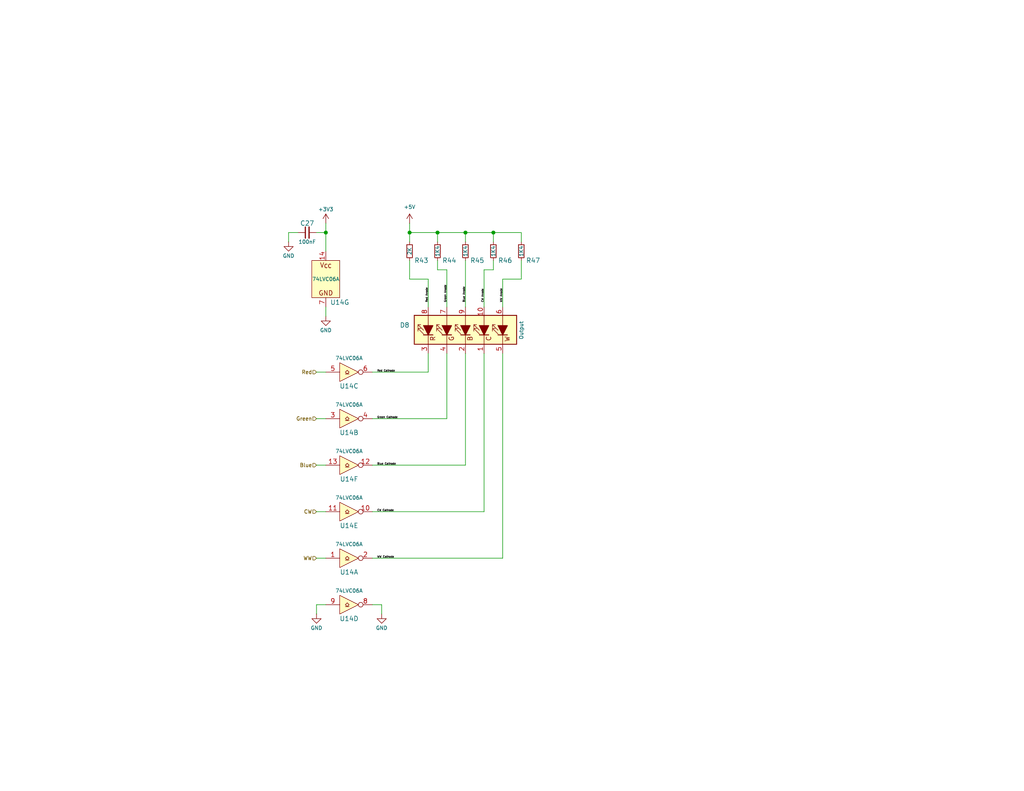
<source format=kicad_sch>
(kicad_sch (version 20231120) (generator "eeschema") (generator_version "8.0")
  (paper "USLetter")
  (title_block (title "Output Indicator") (date "2025-02-06") (rev "1.0.1") (company "Erratic.Tech"))
  (lib_symbols
    (symbol "KiLight Mono:+3V3" (power) (pin_numbers hide) (pin_names (offset 0) hide)
      (property "Value" "+3V3" (at 0 3.556 0))
      (symbol "+3V3_0_1"
        (polyline (pts (xy -0.762 1.27) (xy 0 2.54)))
        (polyline (pts (xy 0 0) (xy 0 2.54)))
        (polyline (pts (xy 0 2.54) (xy 0.762 1.27)))
      )
      (symbol "+3V3_1_1"
        (pin power_in line (at 0 0 90) (length 0) (name "~") (number "1"))
      )
    )
    (symbol "KiLight Mono:+5V" (power) (pin_numbers hide) (pin_names (offset 0) hide)
      (property "Value" "+5V" (at 0 3.556 0))
      (symbol "+5V_0_1"
        (polyline (pts (xy -0.762 1.27) (xy 0 2.54)))
        (polyline (pts (xy 0 0) (xy 0 2.54)))
        (polyline (pts (xy 0 2.54) (xy 0.762 1.27)))
      )
      (symbol "+5V_1_1"
        (pin power_in line (at 0 0 90) (length 0) (name "~") (number "1"))
      )
    )
    (symbol "KiLight Mono:74LVC06A" (pin_names hide)
      (property "Reference" "U" (at 3.81 -6.35 0))
      (property "Value" "74LVC06A" (at 5.08 6.35 0))
      (symbol "74LVC06A_1_1"
        (polyline (pts (xy -1.016 -0.508) (xy 0 -0.508)))
        (polyline (pts (xy -2.54 2.54) (xy -2.54 -2.54) (xy 2.54 0) (xy -2.54 2.54)) (fill (type background)))
        (polyline (pts (xy -0.508 0.508) (xy -1.016 0) (xy -0.508 -0.508) (xy 0 0) (xy -0.508 0.508)))
        (pin input line (at -6.35 0 0) (length 3.81) (name "1A") (number "1"))
        (pin open_collector inverted (at 6.35 0 180) (length 3.81) (name "1Y") (number "2"))
      )
      (symbol "74LVC06A_2_1"
        (polyline (pts (xy -1.016 -0.508) (xy 0 -0.508)))
        (polyline (pts (xy -2.54 2.54) (xy -2.54 -2.54) (xy 2.54 0) (xy -2.54 2.54)) (fill (type background)))
        (polyline (pts (xy -0.508 0.508) (xy -1.016 0) (xy -0.508 -0.508) (xy 0 0) (xy -0.508 0.508)))
        (pin input line (at -6.35 0 0) (length 3.81) (name "2A") (number "3"))
        (pin open_collector inverted (at 6.35 0 180) (length 3.81) (name "2Y") (number "4"))
      )
      (symbol "74LVC06A_3_1"
        (polyline (pts (xy -1.016 -0.508) (xy 0 -0.508)))
        (polyline (pts (xy -2.54 2.54) (xy -2.54 -2.54) (xy 2.54 0) (xy -2.54 2.54)) (fill (type background)))
        (polyline (pts (xy -0.508 0.508) (xy -1.016 0) (xy -0.508 -0.508) (xy 0 0) (xy -0.508 0.508)))
        (pin input line (at -6.35 0 0) (length 3.81) (name "3A") (number "5"))
        (pin open_collector inverted (at 6.35 0 180) (length 3.81) (name "3Y") (number "6"))
      )
      (symbol "74LVC06A_4_1"
        (polyline (pts (xy -1.016 -0.508) (xy 0 -0.508)))
        (polyline (pts (xy -2.54 2.54) (xy -2.54 -2.54) (xy 2.54 0) (xy -2.54 2.54)) (fill (type background)))
        (polyline (pts (xy -0.508 0.508) (xy -1.016 0) (xy -0.508 -0.508) (xy 0 0) (xy -0.508 0.508)))
        (pin open_collector inverted (at 6.35 0 180) (length 3.81) (name "4Y") (number "8"))
        (pin input line (at -6.35 0 0) (length 3.81) (name "4A") (number "9"))
      )
      (symbol "74LVC06A_5_1"
        (polyline (pts (xy -1.016 -0.508) (xy 0 -0.508)))
        (polyline (pts (xy -2.54 2.54) (xy -2.54 -2.54) (xy 2.54 0) (xy -2.54 2.54)) (fill (type background)))
        (polyline (pts (xy -0.508 0.508) (xy -1.016 0) (xy -0.508 -0.508) (xy 0 0) (xy -0.508 0.508)))
        (pin open_collector inverted (at 6.35 0 180) (length 3.81) (name "5Y") (number "10"))
        (pin input line (at -6.35 0 0) (length 3.81) (name "5A") (number "11"))
      )
      (symbol "74LVC06A_6_1"
        (polyline (pts (xy -1.016 -0.508) (xy 0 -0.508)))
        (polyline (pts (xy -2.54 2.54) (xy -2.54 -2.54) (xy 2.54 0) (xy -2.54 2.54)) (fill (type background)))
        (polyline (pts (xy -0.508 0.508) (xy -1.016 0) (xy -0.508 -0.508) (xy 0 0) (xy -0.508 0.508)))
        (pin open_collector inverted (at 6.35 0 180) (length 3.81) (name "6Y") (number "12"))
        (pin input line (at -6.35 0 0) (length 3.81) (name "6A") (number "13"))
      )
      (symbol "74LVC06A_7_1"
        (rectangle (start -3.81 5.08) (end 3.81 -5.08) (fill (type background)))
        (text "GND" (at 0 -3.81 0) (effects (font (size 1.27 1.27))))
        (text "V_{CC}" (at 0 3.81 0) (effects (font (size 1.27 1.27))))
        (pin power_in line (at 0 7.62 270) (length 2.54) (name "V_{CC}") (number "14"))
        (pin power_in line (at 0 -7.62 90) (length 2.54) (name "GND") (number "7"))
      )
    )
    (symbol "KiLight Mono:C_Small" (pin_numbers hide) (pin_names (offset 0.254) hide)
      (property "Reference" "C" (at 0.254 1.778 0))
      (property "Value" "C_Small" (at 0.254 -2.032 0))
      (symbol "C_Small_0_1"
        (polyline (pts (xy -1.524 -0.508) (xy 1.524 -0.508)) (stroke (width 0.3302)))
        (polyline (pts (xy -1.524 0.508) (xy 1.524 0.508)) (stroke (width 0.3048)))
      )
      (symbol "C_Small_1_1"
        (pin passive line (at 0 2.54 270) (length 2.032) (name "~") (number "1"))
        (pin passive line (at 0 -2.54 90) (length 2.032) (name "~") (number "2"))
      )
    )
    (symbol "KiLight Mono:GND" (power) (pin_numbers hide) (pin_names (offset 0) hide)
      (property "Value" "GND" (at 0 -3.81 0))
      (symbol "GND_0_1"
        (polyline (pts (xy 0 0) (xy 0 -1.27) (xy 1.27 -1.27) (xy 0 -2.54) (xy -1.27 -1.27) (xy 0 -1.27)))
      )
      (symbol "GND_1_1"
        (pin power_in line (at 0 0 270) (length 0) (name "~") (number "1"))
      )
    )
    (symbol "KiLight Mono:LED_RGBCCT" (pin_names (offset 0) hide)
      (property "Reference" "D" (at 0 15.24 0))
      (property "Value" "LED_RGBCCT" (at 0 -15.24 0))
      (symbol "LED_RGBCCT_0_1"
        (rectangle (start -3.81 13.97) (end 4.064 -13.97) (stroke (width 0.254)) (fill (type background)))
        (polyline (pts (xy -1.27 -10.16) (xy -3.81 -10.16)))
        (polyline (pts (xy -1.27 -8.89) (xy -1.27 -11.43)) (stroke (width 0.254)))
        (polyline (pts (xy -1.27 -5.08) (xy -3.81 -5.08)))
        (polyline (pts (xy -1.27 -3.81) (xy -1.27 -6.35)) (stroke (width 0.254)))
        (polyline (pts (xy -1.27 0) (xy -3.81 0)))
        (polyline (pts (xy -1.27 0) (xy 1.27 0)))
        (polyline (pts (xy -1.27 1.27) (xy -1.27 -1.27)) (stroke (width 0.254)))
        (polyline (pts (xy -1.27 5.08) (xy -3.81 5.08)))
        (polyline (pts (xy -1.27 6.35) (xy -1.27 3.81)) (stroke (width 0.254)))
        (polyline (pts (xy -1.27 10.16) (xy -3.81 10.16)))
        (polyline (pts (xy -1.27 11.43) (xy -1.27 8.89)) (stroke (width 0.254)))
        (polyline (pts (xy 1.27 -10.16) (xy 3.81 -10.16)))
        (polyline (pts (xy 1.27 -5.08) (xy 3.81 -5.08)))
        (polyline (pts (xy 1.27 0) (xy 3.81 0)))
        (polyline (pts (xy 1.27 5.08) (xy -1.27 5.08)))
        (polyline (pts (xy 1.27 5.08) (xy 3.81 5.08)))
        (polyline (pts (xy 1.27 10.16) (xy 3.81 10.16)))
        (polyline (pts (xy -1.27 6.35) (xy -1.27 3.81) (xy -1.27 3.81)))
        (polyline (pts (xy -1.27 11.43) (xy -1.27 8.89) (xy -1.27 8.89)))
        (polyline (pts (xy -1.016 -8.89) (xy 0.508 -7.366) (xy -0.254 -7.366) (xy 0.508 -7.366) (xy 0.508 -8.128)))
        (polyline (pts (xy -1.016 -3.81) (xy 0.508 -2.286) (xy -0.254 -2.286) (xy 0.508 -2.286) (xy 0.508 -3.048)))
        (polyline (pts (xy -1.016 1.27) (xy 0.508 2.794) (xy -0.254 2.794) (xy 0.508 2.794) (xy 0.508 2.032)))
        (polyline (pts (xy -1.016 6.35) (xy 0.508 7.874) (xy -0.254 7.874) (xy 0.508 7.874) (xy 0.508 7.112)))
        (polyline (pts (xy -1.016 11.43) (xy 0.508 12.954) (xy -0.254 12.954) (xy 0.508 12.954) (xy 0.508 12.192)))
        (polyline (pts (xy 0 -8.89) (xy 1.524 -7.366) (xy 0.762 -7.366) (xy 1.524 -7.366) (xy 1.524 -8.128)))
        (polyline (pts (xy 0 -3.81) (xy 1.524 -2.286) (xy 0.762 -2.286) (xy 1.524 -2.286) (xy 1.524 -3.048)))
        (polyline (pts (xy 0 1.27) (xy 1.524 2.794) (xy 0.762 2.794) (xy 1.524 2.794) (xy 1.524 2.032)))
        (polyline (pts (xy 0 6.35) (xy 1.524 7.874) (xy 0.762 7.874) (xy 1.524 7.874) (xy 1.524 7.112)))
        (polyline (pts (xy 0 11.43) (xy 1.524 12.954) (xy 0.762 12.954) (xy 1.524 12.954) (xy 1.524 12.192)))
      )
      (symbol "LED_RGBCCT_1_0"
        (text "B" (at -1.524 -1.27 0) (effects (font (size 1.27 1.27)) (justify right)))
        (text "C" (at -1.524 -6.35 0) (effects (font (size 1.27 1.27)) (justify right)))
        (text "G" (at -1.524 3.81 0) (effects (font (size 1.27 1.27)) (justify right)))
        (text "R" (at -1.524 8.89 0) (effects (font (size 1.27 1.27)) (justify right)))
        (text "W" (at -1.524 -11.43 0) (effects (font (size 1.27 1.27)) (justify right)))
      )
      (symbol "LED_RGBCCT_1_1"
        (polyline (pts (xy 1.27 -8.89) (xy 1.27 -11.43) (xy -1.27 -10.16) (xy 1.27 -8.89)) (stroke (width 0.254)) (fill (type outline)))
        (polyline (pts (xy 1.27 -3.81) (xy 1.27 -6.35) (xy -1.27 -5.08) (xy 1.27 -3.81)) (stroke (width 0.254)) (fill (type outline)))
        (polyline (pts (xy 1.27 1.27) (xy 1.27 -1.27) (xy -1.27 0) (xy 1.27 1.27)) (stroke (width 0.254)) (fill (type outline)))
        (polyline (pts (xy 1.27 6.35) (xy 1.27 3.81) (xy -1.27 5.08) (xy 1.27 6.35)) (stroke (width 0.254)) (fill (type outline)))
        (polyline (pts (xy 1.27 11.43) (xy 1.27 8.89) (xy -1.27 10.16) (xy 1.27 11.43)) (stroke (width 0.254)) (fill (type outline)))
        (pin passive line (at -6.35 -5.08 0) (length 2.54) (name "CWK") (number "1"))
        (pin passive line (at 6.35 -5.08 180) (length 2.54) (name "CWA") (number "10"))
        (pin passive line (at -6.35 0 0) (length 2.54) (name "BK") (number "2"))
        (pin passive line (at -6.35 10.16 0) (length 2.54) (name "RK") (number "3"))
        (pin passive line (at -6.35 5.08 0) (length 2.54) (name "GK") (number "4"))
        (pin passive line (at -6.35 -10.16 0) (length 2.54) (name "WWK") (number "5"))
        (pin passive line (at 6.35 -10.16 180) (length 2.54) (name "WWA") (number "6"))
        (pin passive line (at 6.35 5.08 180) (length 2.54) (name "GA") (number "7"))
        (pin passive line (at 6.35 10.16 180) (length 2.54) (name "RA") (number "8"))
        (pin passive line (at 6.35 0 180) (length 2.54) (name "BA") (number "9"))
      )
    )
    (symbol "KiLight Mono:R_Small" (pin_numbers hide) (pin_names (offset 0.254) hide)
      (property "Reference" "R" (at 0.762 0.508 0))
      (property "Value" "R_Small" (at 0.762 -1.016 0))
      (symbol "R_Small_0_1"
        (rectangle (start -0.762 1.778) (end 0.762 -1.778) (stroke (width 0.2032)))
      )
      (symbol "R_Small_1_1"
        (pin passive line (at 0 2.54 270) (length 0.762) (name "~") (number "1"))
        (pin passive line (at 0 -2.54 90) (length 0.762) (name "~") (number "2"))
      )
    )
  )
  (junction (at 119.38 63.5))
  (junction (at 88.9 63.5))
  (junction (at 111.76 63.5))
  (junction (at 134.62 63.5))
  (junction (at 127 63.5))
  (wire (pts (xy 88.9 165.1) (xy 86.36 165.1)))
  (wire (pts (xy 127 127) (xy 127 96.52)))
  (wire (pts (xy 86.36 63.5) (xy 88.9 63.5)))
  (wire (pts (xy 111.76 63.5) (xy 111.76 66.04)))
  (wire (pts (xy 142.24 63.5) (xy 134.62 63.5)))
  (wire (pts (xy 142.24 66.04) (xy 142.24 63.5)))
  (wire (pts (xy 116.84 96.52) (xy 116.84 101.6)))
  (wire (pts (xy 88.9 83.82) (xy 88.9 86.36)))
  (wire (pts (xy 88.9 60.96) (xy 88.9 63.5)))
  (wire (pts (xy 101.6 139.7) (xy 132.08 139.7)))
  (wire (pts (xy 119.38 73.66) (xy 119.38 71.12)))
  (wire (pts (xy 137.16 76.2) (xy 142.24 76.2)))
  (wire (pts (xy 134.62 71.12) (xy 134.62 73.66)))
  (wire (pts (xy 132.08 83.82) (xy 132.08 73.66)))
  (wire (pts (xy 111.76 60.96) (xy 111.76 63.5)))
  (wire (pts (xy 137.16 83.82) (xy 137.16 76.2)))
  (wire (pts (xy 86.36 152.4) (xy 88.9 152.4)))
  (wire (pts (xy 119.38 66.04) (xy 119.38 63.5)))
  (wire (pts (xy 86.36 127) (xy 88.9 127)))
  (wire (pts (xy 86.36 165.1) (xy 86.36 167.64)))
  (wire (pts (xy 78.74 66.04) (xy 78.74 63.5)))
  (wire (pts (xy 132.08 96.52) (xy 132.08 139.7)))
  (wire (pts (xy 127 63.5) (xy 119.38 63.5)))
  (wire (pts (xy 127 71.12) (xy 127 83.82)))
  (wire (pts (xy 101.6 152.4) (xy 137.16 152.4)))
  (wire (pts (xy 104.14 165.1) (xy 101.6 165.1)))
  (wire (pts (xy 119.38 63.5) (xy 111.76 63.5)))
  (wire (pts (xy 127 66.04) (xy 127 63.5)))
  (wire (pts (xy 142.24 71.12) (xy 142.24 76.2)))
  (wire (pts (xy 134.62 66.04) (xy 134.62 63.5)))
  (wire (pts (xy 116.84 83.82) (xy 116.84 76.2)))
  (wire (pts (xy 88.9 63.5) (xy 88.9 68.58)))
  (wire (pts (xy 86.36 101.6) (xy 88.9 101.6)))
  (wire (pts (xy 86.36 139.7) (xy 88.9 139.7)))
  (wire (pts (xy 132.08 73.66) (xy 134.62 73.66)))
  (wire (pts (xy 116.84 76.2) (xy 111.76 76.2)))
  (wire (pts (xy 104.14 167.64) (xy 104.14 165.1)))
  (wire (pts (xy 111.76 71.12) (xy 111.76 76.2)))
  (wire (pts (xy 101.6 127) (xy 127 127)))
  (wire (pts (xy 137.16 96.52) (xy 137.16 152.4)))
  (wire (pts (xy 101.6 114.3) (xy 121.92 114.3)))
  (wire (pts (xy 121.92 96.52) (xy 121.92 114.3)))
  (wire (pts (xy 121.92 73.66) (xy 119.38 73.66)))
  (wire (pts (xy 86.36 114.3) (xy 88.9 114.3)))
  (wire (pts (xy 101.6 101.6) (xy 116.84 101.6)))
  (wire (pts (xy 134.62 63.5) (xy 127 63.5)))
  (wire (pts (xy 121.92 83.82) (xy 121.92 73.66)))
  (wire (pts (xy 78.74 63.5) (xy 81.28 63.5)))
  (label "WW Anode" (at 137.16 82.55 90) (effects (font (size 0.5 0.5))))
  (label "Blue Anode" (at 127 82.55 90) (effects (font (size 0.5 0.5))))
  (label "CW Cathode" (at 102.87 139.7 0) (effects (font (size 0.5 0.5))))
  (label "Blue Cathode" (at 102.87 127 0) (effects (font (size 0.5 0.5))))
  (label "Red Anode" (at 116.84 82.55 90) (effects (font (size 0.5 0.5))))
  (label "Green Cathode" (at 102.87 114.3 0) (effects (font (size 0.5 0.5))))
  (label "Red Cathode" (at 102.87 101.6 0) (effects (font (size 0.5 0.5))))
  (label "Green Anode" (at 121.92 82.55 90) (effects (font (size 0.5 0.5))))
  (label "CW Anode" (at 132.08 82.55 90) (effects (font (size 0.5 0.5))))
  (label "WW Cathode" (at 102.87 152.4 0) (effects (font (size 0.5 0.5))))
  (hierarchical_label "Green" (shape input) (at 86.36 114.3 180) (effects (font (size 1 1))))
  (hierarchical_label "Blue" (shape input) (at 86.36 127 180) (effects (font (size 1 1))))
  (hierarchical_label "WW" (shape input) (at 86.36 152.4 180) (effects (font (size 1 1))))
  (hierarchical_label "Red" (shape input) (at 86.36 101.6 180) (effects (font (size 1 1))))
  (hierarchical_label "CW" (shape input) (at 86.36 139.7 180) (effects (font (size 1 1))))
  (symbol (lib_id "KiLight Mono:R_Small") (at 127 68.58 0) (unit 1)
    (property "Reference" "R45" (at 128.27 71.12 0) (effects (justify left)))
    (property "Value" "1K4" (at 127 68.58 90) (effects (font (size 1 1))))
    (property "Footprint" "Resistor_SMD:R_0603_1608Metric" (effects (hide yes)))
    (property "Description" "Resistor, small symbol" (effects (hide yes)))
    (property "Part Number" "RMCF0603FT1K40" (effects (hide yes)))
    (instances (project "Light Module" (path "" (reference "R45") (unit 1))) (project "KiLight Mono" (path "" (reference "R11") (unit 1))))
  )
  (symbol (lib_id "KiLight Mono:74LVC06A") (at 95.25 127 0) (unit 6)
    (property "Reference" "U14" (at 95.25 130.81 0))
    (property "Value" "74LVC06A" (at 95.25 123.19 0) (effects (font (size 1 1))))
    (property "Footprint" "Package_SO:TSSOP-14_4.4x5mm_P0.65mm" (effects (hide yes)))
    (property "Datasheet" "https://www.ti.com/lit/ds/symlink/sn74lvc07a.pdf" (effects (hide yes)))
    (property "Description" "Hex Inverter Buffers / Drivers With Open-Drain Outputs" (effects (hide yes)))
    (property "Part Number" "SN74LVC06APWR" (effects (hide yes)))
  )
  (symbol (lib_id "KiLight Mono:+5V") (at 111.76 60.96 0) (unit 1)
    (property "Reference" "#PWR076" (effects (hide yes)))
    (property "Value" "+5V" (at 111.76 56.515 0) (effects (font (size 1 1))))
    (property "Description" "Power symbol creates a global label with name \"+5V\"" (effects (hide yes)))
    (instances (project "" (path "" (reference "#PWR076") (unit 1))) (project "KiLight Mono" (path "" (reference "#PWR050") (unit 1))))
  )
  (symbol (lib_id "KiLight Mono:R_Small") (at 119.38 68.58 0) (unit 1)
    (property "Reference" "R44" (at 120.65 71.12 0) (effects (justify left)))
    (property "Value" "1K4" (at 119.38 68.58 90) (effects (font (size 1 1))))
    (property "Footprint" "Resistor_SMD:R_0603_1608Metric" (effects (hide yes)))
    (property "Description" "Resistor, small symbol" (effects (hide yes)))
    (property "Part Number" "RMCF0603FT1K40" (effects (hide yes)))
    (instances (project "Light Module" (path "" (reference "R44") (unit 1))) (project "KiLight Mono" (path "" (reference "R10") (unit 1))))
  )
  (symbol (lib_id "KiLight Mono:74LVC06A") (at 95.25 139.7 0) (unit 5)
    (property "Reference" "U14" (at 95.25 143.51 0))
    (property "Value" "74LVC06A" (at 95.25 135.89 0) (effects (font (size 1 1))))
    (property "Footprint" "Package_SO:TSSOP-14_4.4x5mm_P0.65mm" (effects (hide yes)))
    (property "Datasheet" "https://www.ti.com/lit/ds/symlink/sn74lvc07a.pdf" (effects (hide yes)))
    (property "Description" "Hex Inverter Buffers / Drivers With Open-Drain Outputs" (effects (hide yes)))
    (property "Part Number" "SN74LVC06APWR" (effects (hide yes)))
  )
  (symbol (lib_id "KiLight Mono:74LVC06A") (at 95.25 101.6 0) (unit 3)
    (property "Reference" "U14" (at 95.25 105.41 0))
    (property "Value" "74LVC06A" (at 95.25 97.79 0) (effects (font (size 1 1))))
    (property "Footprint" "Package_SO:TSSOP-14_4.4x5mm_P0.65mm" (effects (hide yes)))
    (property "Datasheet" "https://www.ti.com/lit/ds/symlink/sn74lvc07a.pdf" (effects (hide yes)))
    (property "Description" "Hex Inverter Buffers / Drivers With Open-Drain Outputs" (effects (hide yes)))
    (property "Part Number" "SN74LVC06APWR" (effects (hide yes)))
  )
  (symbol (lib_id "KiLight Mono:74LVC06A") (at 95.25 114.3 0) (unit 2)
    (property "Reference" "U14" (at 95.25 118.11 0))
    (property "Value" "74LVC06A" (at 95.25 110.49 0) (effects (font (size 1 1))))
    (property "Footprint" "Package_SO:TSSOP-14_4.4x5mm_P0.65mm" (effects (hide yes)))
    (property "Datasheet" "https://www.ti.com/lit/ds/symlink/sn74lvc07a.pdf" (effects (hide yes)))
    (property "Description" "Hex Inverter Buffers / Drivers With Open-Drain Outputs" (effects (hide yes)))
    (property "Part Number" "SN74LVC06APWR" (effects (hide yes)))
  )
  (symbol (lib_id "KiLight Mono:+3V3") (at 88.9 60.96 0) (unit 1)
    (property "Reference" "#PWR051" (effects (hide yes)))
    (property "Value" "+3V3" (at 88.9 57.15 0) (effects (font (size 1 1))))
    (property "Description" "Power symbol creates a global label with name \"+3V3\"" (effects (hide yes)))
  )
  (symbol (lib_id "KiLight Mono:GND") (at 86.36 167.64 0) (unit 1)
    (property "Reference" "#PWR048" (effects (hide yes)))
    (property "Value" "GND" (at 86.36 171.45 0) (effects (font (size 1 1))))
    (property "Description" "Power symbol creates a global label with name \"GND\" , ground" (effects (hide yes)))
  )
  (symbol (lib_id "KiLight Mono:74LVC06A") (at 88.9 76.2 0) (unit 7)
    (property "Reference" "U14" (at 92.71 82.55 0))
    (property "Value" "74LVC06A" (at 88.9 76.2 0) (effects (font (size 1 1))))
    (property "Footprint" "Package_SO:TSSOP-14_4.4x5mm_P0.65mm" (effects (hide yes)))
    (property "Datasheet" "https://www.ti.com/lit/ds/symlink/sn74lvc07a.pdf" (effects (hide yes)))
    (property "Description" "Hex Inverter Buffers / Drivers With Open-Drain Outputs" (effects (hide yes)))
    (property "Part Number" "SN74LVC06APWR" (effects (hide yes)))
  )
  (symbol (lib_id "KiLight Mono:GND") (at 104.14 167.64 0) (unit 1)
    (property "Reference" "#PWR053" (effects (hide yes)))
    (property "Value" "GND" (at 104.14 171.45 0) (effects (font (size 1 1))))
    (property "Description" "Power symbol creates a global label with name \"GND\" , ground" (effects (hide yes)))
  )
  (symbol (lib_id "KiLight Mono:R_Small") (at 111.76 68.58 0) (unit 1)
    (property "Reference" "R43" (at 113.03 71.12 0) (effects (justify left)))
    (property "Value" "2K" (at 111.76 68.58 90) (effects (font (size 1 1))))
    (property "Footprint" "Resistor_SMD:R_0603_1608Metric" (effects (hide yes)))
    (property "Description" "Resistor, small symbol" (effects (hide yes)))
    (property "Part Number" "RMCF0603FT2K00" (effects (hide yes)))
    (instances (project "Light Module" (path "" (reference "R43") (unit 1))) (project "KiLight Mono" (path "" (reference "R9") (unit 1))))
  )
  (symbol (lib_id "KiLight Mono:R_Small") (at 134.62 68.58 0) (unit 1)
    (property "Reference" "R46" (at 135.89 71.12 0) (effects (justify left)))
    (property "Value" "1K4" (at 134.62 68.58 90) (effects (font (size 1 1))))
    (property "Footprint" "Resistor_SMD:R_0603_1608Metric" (effects (hide yes)))
    (property "Description" "Resistor, small symbol" (effects (hide yes)))
    (property "Part Number" "RMCF0603FT1K40" (effects (hide yes)))
    (instances (project "Light Module" (path "" (reference "R46") (unit 1))) (project "KiLight Mono" (path "" (reference "R12") (unit 1))))
  )
  (symbol (lib_id "KiLight Mono:GND") (at 78.74 66.04 0) (unit 1)
    (property "Reference" "#PWR052" (effects (hide yes)))
    (property "Value" "GND" (at 78.74 69.85 0) (effects (font (size 1 1))))
    (property "Description" "Power symbol creates a global label with name \"GND\" , ground" (effects (hide yes)))
  )
  (symbol (lib_id "KiLight Mono:GND") (at 88.9 86.36 0) (unit 1)
    (property "Reference" "#PWR049" (effects (hide yes)))
    (property "Value" "GND" (at 88.9 90.17 0) (effects (font (size 1 1))))
    (property "Description" "Power symbol creates a global label with name \"GND\" , ground" (effects (hide yes)))
  )
  (symbol (lib_id "KiLight Mono:R_Small") (at 142.24 68.58 0) (unit 1)
    (property "Reference" "R47" (at 143.51 71.12 0) (effects (justify left)))
    (property "Value" "1K4" (at 142.24 68.58 90) (effects (font (size 1 1))))
    (property "Footprint" "Resistor_SMD:R_0603_1608Metric" (effects (hide yes)))
    (property "Description" "Resistor, small symbol" (effects (hide yes)))
    (property "Part Number" "RMCF0603FT1K40" (effects (hide yes)))
    (instances (project "Light Module" (path "" (reference "R47") (unit 1))) (project "KiLight Mono" (path "" (reference "R13") (unit 1))))
  )
  (symbol (lib_id "KiLight Mono:74LVC06A") (at 95.25 152.4 0) (unit 1)
    (property "Reference" "U14" (at 95.25 156.21 0))
    (property "Value" "74LVC06A" (at 95.25 148.59 0) (effects (font (size 1 1))))
    (property "Footprint" "Package_SO:TSSOP-14_4.4x5mm_P0.65mm" (effects (hide yes)))
    (property "Datasheet" "https://www.ti.com/lit/ds/symlink/sn74lvc07a.pdf" (effects (hide yes)))
    (property "Description" "Hex Inverter Buffers / Drivers With Open-Drain Outputs" (effects (hide yes)))
    (property "Part Number" "SN74LVC06APWR" (effects (hide yes)))
  )
  (symbol (lib_id "KiLight Mono:74LVC06A") (at 95.25 165.1 0) (unit 4)
    (property "Reference" "U14" (at 95.25 168.91 0))
    (property "Value" "74LVC06A" (at 95.25 161.29 0) (effects (font (size 1 1))))
    (property "Footprint" "Package_SO:TSSOP-14_4.4x5mm_P0.65mm" (effects (hide yes)))
    (property "Datasheet" "https://www.ti.com/lit/ds/symlink/sn74lvc07a.pdf" (effects (hide yes)))
    (property "Description" "Hex Inverter Buffers / Drivers With Open-Drain Outputs" (effects (hide yes)))
    (property "Part Number" "SN74LVC06APWR" (effects (hide yes)))
  )
  (symbol (lib_id "KiLight Mono:LED_RGBCCT") (at 127 90.17 90) (unit 1)
    (property "Reference" "D8" (at 111.76 88.7729 90) (effects (justify left)))
    (property "Value" "Output" (at 142.24 90.17 0) (effects (font (size 1 1))))
    (property "Footprint" "LEDs:LED_RGBCCT_5050-10" (effects (hide yes)))
    (property "Description" "RGB+CCT LED, 10 pin package" (effects (hide yes)))
    (instances (project "" (path "" (reference "D8") (unit 1))) (project "KiLight Mono" (path "" (reference "D6") (unit 1))))
  )
  (symbol (lib_id "KiLight Mono:C_Small") (at 83.82 63.5 90) (unit 1)
    (property "Reference" "C27" (at 83.82 60.96 90))
    (property "Value" "100nF" (at 83.82 66.04 90) (effects (font (size 1 1))))
    (property "Footprint" "Capacitor_SMD:C_0603_1608Metric" (effects (hide yes)))
    (property "Description" "Unpolarized capacitor, small symbol" (effects (hide yes)))
    (property "Part Number" "C0603C104K5RACTU" (effects (hide yes)))
  )
)
</source>
